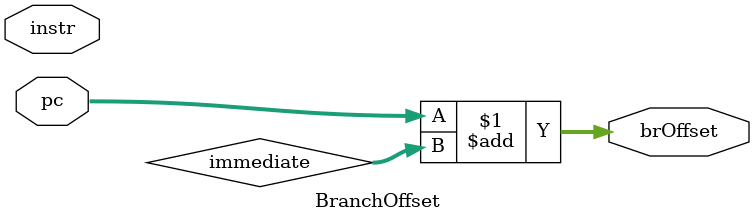
<source format=v>
module BranchOffset(instr, pc, brOffset);
	input [31:0] instr, pc;
	output [31:0] brOffset;
	wire [31:0] immediate;
	SignExtension #(16, 32) immSext(instr[15:0], immval);
	assign brOffset = pc + immediate;
endmodule
</source>
